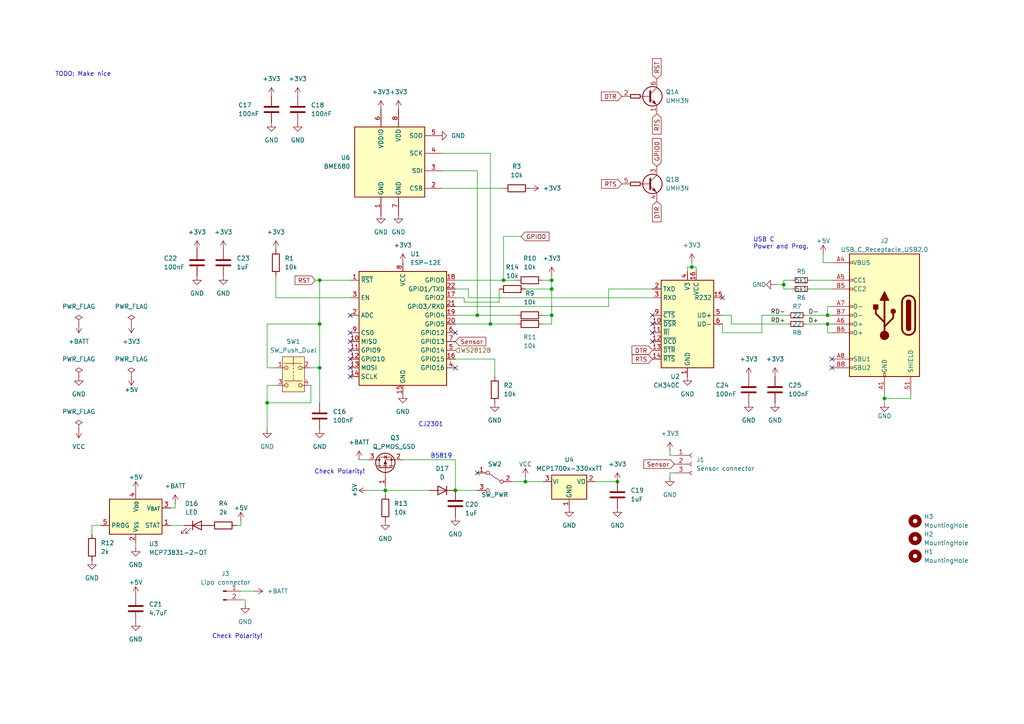
<source format=kicad_sch>
(kicad_sch (version 20231120) (generator "eeschema") (generator_version "8.0")
  (paper "A4")
  (title_block (title "Blahaj_Back") (date "2024-08-02") (rev "v1.0") (company "Waldo"))
  (lib_symbols
    (symbol "Battery_Management:MCP73831-2-OT"
      (property "Reference" "U" (at -7.62 6.35 0))
      (property "Value" "MCP73831-2-OT" (at 1.27 6.35 0))
      (symbol "MCP73831-2-OT_1_1"
        (pin tri_state line (at 10.16 -2.54 180) (length 2.54) (name "STAT") (number "1"))
        (pin power_in line (at 0 -7.62 90) (length 2.54) (name "V_{SS}") (number "2"))
        (pin power_out line (at 10.16 2.54 180) (length 2.54) (name "V_{BAT}") (number "3"))
        (pin power_in line (at 0 7.62 270) (length 2.54) (name "V_{DD}") (number "4"))
        (pin input line (at -10.16 -2.54 0) (length 2.54) (name "PROG") (number "5"))
      )
    )
    (symbol "Connector:Conn_01x02_Pin" (pin_names (offset 1.016) hide)
      (property "Reference" "J" (at 0 2.54 0))
      (property "Value" "Conn_01x02_Pin" (at 0 -5.08 0))
      (symbol "Conn_01x02_Pin_1_1"
        (pin passive line (at 5.08 0 180) (length 3.81) (name "Pin_1") (number "1"))
        (pin passive line (at 5.08 -2.54 180) (length 3.81) (name "Pin_2") (number "2"))
      )
    )
    (symbol "Connector:Conn_01x03_Socket" (pin_names (offset 1.016) hide)
      (property "Reference" "J" (at 0 5.08 0))
      (property "Value" "Conn_01x03_Socket" (at 0 -5.08 0))
      (symbol "Conn_01x03_Socket_1_1"
        (pin passive line (at -5.08 2.54 0) (length 3.81) (name "Pin_1") (number "1"))
        (pin passive line (at -5.08 0 0) (length 3.81) (name "Pin_2") (number "2"))
        (pin passive line (at -5.08 -2.54 0) (length 3.81) (name "Pin_3") (number "3"))
      )
    )
    (symbol "Connector:USB_C_Receptacle_USB2.0" (pin_names (offset 1.016))
      (property "Reference" "J" (at -10.16 19.05 0))
      (property "Value" "USB_C_Receptacle_USB2.0" (at 19.05 19.05 0))
      (symbol "USB_C_Receptacle_USB2.0_1_1"
        (pin passive line (at 0 -22.86 90) (length 5.08) (name "GND") (number "A1"))
        (pin passive line (at 0 -22.86 90) (length 5.08) hide (name "GND") (number "A12"))
        (pin passive line (at 15.24 15.24 180) (length 5.08) (name "VBUS") (number "A4"))
        (pin bidirectional line (at 15.24 10.16 180) (length 5.08) (name "CC1") (number "A5"))
        (pin bidirectional line (at 15.24 -2.54 180) (length 5.08) (name "D+") (number "A6"))
        (pin bidirectional line (at 15.24 2.54 180) (length 5.08) (name "D-") (number "A7"))
        (pin bidirectional line (at 15.24 -12.7 180) (length 5.08) (name "SBU1") (number "A8"))
        (pin passive line (at 15.24 15.24 180) (length 5.08) hide (name "VBUS") (number "A9"))
        (pin passive line (at 0 -22.86 90) (length 5.08) hide (name "GND") (number "B1"))
        (pin passive line (at 0 -22.86 90) (length 5.08) hide (name "GND") (number "B12"))
        (pin passive line (at 15.24 15.24 180) (length 5.08) hide (name "VBUS") (number "B4"))
        (pin bidirectional line (at 15.24 7.62 180) (length 5.08) (name "CC2") (number "B5"))
        (pin bidirectional line (at 15.24 -5.08 180) (length 5.08) (name "D+") (number "B6"))
        (pin bidirectional line (at 15.24 0 180) (length 5.08) (name "D-") (number "B7"))
        (pin bidirectional line (at 15.24 -15.24 180) (length 5.08) (name "SBU2") (number "B8"))
        (pin passive line (at 15.24 15.24 180) (length 5.08) hide (name "VBUS") (number "B9"))
        (pin passive line (at -7.62 -22.86 90) (length 5.08) (name "SHIELD") (number "S1"))
      )
    )
    (symbol "Device:C" (pin_numbers hide) (pin_names (offset 0.254))
      (property "Reference" "C" (at 0.635 2.54 0))
      (property "Value" "C" (at 0.635 -2.54 0))
      (symbol "C_1_1"
        (pin passive line (at 0 3.81 270) (length 2.794) (name "~") (number "1"))
        (pin passive line (at 0 -3.81 90) (length 2.794) (name "~") (number "2"))
      )
    )
    (symbol "Device:D" (pin_numbers hide) (pin_names (offset 1.016) hide)
      (property "Reference" "D" (at 0 2.54 0))
      (property "Value" "D" (at 0 -2.54 0))
      (symbol "D_1_1"
        (pin passive line (at -3.81 0 0) (length 2.54) (name "K") (number "1"))
        (pin passive line (at 3.81 0 180) (length 2.54) (name "A") (number "2"))
      )
    )
    (symbol "Device:LED" (pin_numbers hide) (pin_names (offset 1.016) hide)
      (property "Reference" "D" (at 0 2.54 0))
      (property "Value" "LED" (at 0 -2.54 0))
      (symbol "LED_1_1"
        (pin passive line (at -3.81 0 0) (length 2.54) (name "K") (number "1"))
        (pin passive line (at 3.81 0 180) (length 2.54) (name "A") (number "2"))
      )
    )
    (symbol "Device:Q_PMOS_GSD" (pin_names (offset 0) hide)
      (property "Reference" "Q" (at 5.08 1.27 0))
      (property "Value" "Q_PMOS_GSD" (at 5.08 -1.27 0))
      (symbol "Q_PMOS_GSD_1_1"
        (pin input line (at -5.08 0 0) (length 2.54) (name "G") (number "1"))
        (pin passive line (at 2.54 -5.08 90) (length 2.54) (name "S") (number "2"))
        (pin passive line (at 2.54 5.08 270) (length 2.54) (name "D") (number "3"))
      )
    )
    (symbol "Device:R" (pin_numbers hide) (pin_names (offset 0))
      (property "Reference" "R" (at 2.032 0 90))
      (property "Value" "R" (at 0 0 90))
      (symbol "R_1_1"
        (pin passive line (at 0 3.81 270) (length 1.27) (name "~") (number "1"))
        (pin passive line (at 0 -3.81 90) (length 1.27) (name "~") (number "2"))
      )
    )
    (symbol "Device:R_Small" (pin_numbers hide) (pin_names (offset 0.254) hide)
      (property "Reference" "R" (at 0.762 0.508 0))
      (property "Value" "R_Small" (at 0.762 -1.016 0))
      (symbol "R_Small_1_1"
        (pin passive line (at 0 2.54 270) (length 0.762) (name "~") (number "1"))
        (pin passive line (at 0 -2.54 90) (length 0.762) (name "~") (number "2"))
      )
    )
    (symbol "Interface_USB:CH340C"
      (property "Reference" "U" (at -5.08 13.97 0))
      (property "Value" "CH340C" (at 1.27 13.97 0))
      (symbol "CH340C_1_1"
        (pin power_in line (at 0 -15.24 90) (length 2.54) (name "GND") (number "1"))
        (pin input line (at 10.16 0 180) (length 2.54) (name "~{DSR}") (number "10"))
        (pin input line (at 10.16 -2.54 180) (length 2.54) (name "~{RI}") (number "11"))
        (pin input line (at 10.16 -5.08 180) (length 2.54) (name "~{DCD}") (number "12"))
        (pin output line (at 10.16 -7.62 180) (length 2.54) (name "~{DTR}") (number "13"))
        (pin output line (at 10.16 -10.16 180) (length 2.54) (name "~{RTS}") (number "14"))
        (pin input line (at -10.16 7.62 0) (length 2.54) (name "R232") (number "15"))
        (pin power_in line (at -2.54 15.24 270) (length 2.54) (name "VCC") (number "16"))
        (pin output line (at 10.16 10.16 180) (length 2.54) (name "TXD") (number "2"))
        (pin input line (at 10.16 7.62 180) (length 2.54) (name "RXD") (number "3"))
        (pin power_out line (at 0 15.24 270) (length 2.54) (name "V3") (number "4"))
        (pin bidirectional line (at -10.16 2.54 0) (length 2.54) (name "UD+") (number "5"))
        (pin bidirectional line (at -10.16 0 0) (length 2.54) (name "UD-") (number "6"))
        (pin no_connect line (at -7.62 -5.08 0) (length 2.54) hide (name "NC") (number "7"))
        (pin no_connect line (at -7.62 -7.62 0) (length 2.54) hide (name "NC") (number "8"))
        (pin input line (at 10.16 2.54 180) (length 2.54) (name "~{CTS}") (number "9"))
      )
    )
    (symbol "Mechanical:MountingHole" (pin_names (offset 1.016)) (exclude_from_sim yes) (in_bom no)
      (property "Reference" "H" (at 0 5.08 0))
      (property "Value" "MountingHole" (at 0 3.175 0))
    )
    (symbol "RF_Module:ESP-12E"
      (property "Reference" "U" (at -12.7 19.05 0))
      (property "Value" "ESP-12E" (at 12.7 19.05 0))
      (symbol "ESP-12E_1_1"
        (pin input line (at -15.24 15.24 0) (length 2.54) (name "~{RST}") (number "1"))
        (pin bidirectional line (at -15.24 -2.54 0) (length 2.54) (name "MISO") (number "10"))
        (pin bidirectional line (at -15.24 -5.08 0) (length 2.54) (name "GPIO9") (number "11"))
        (pin bidirectional line (at -15.24 -7.62 0) (length 2.54) (name "GPIO10") (number "12"))
        (pin bidirectional line (at -15.24 -10.16 0) (length 2.54) (name "MOSI") (number "13"))
        (pin bidirectional line (at -15.24 -12.7 0) (length 2.54) (name "SCLK") (number "14"))
        (pin power_in line (at 0 -17.78 90) (length 2.54) (name "GND") (number "15"))
        (pin bidirectional line (at 15.24 -7.62 180) (length 2.54) (name "GPIO15") (number "16"))
        (pin bidirectional line (at 15.24 10.16 180) (length 2.54) (name "GPIO2") (number "17"))
        (pin bidirectional line (at 15.24 15.24 180) (length 2.54) (name "GPIO0") (number "18"))
        (pin bidirectional line (at 15.24 5.08 180) (length 2.54) (name "GPIO4") (number "19"))
        (pin input line (at -15.24 5.08 0) (length 2.54) (name "ADC") (number "2"))
        (pin bidirectional line (at 15.24 2.54 180) (length 2.54) (name "GPIO5") (number "20"))
        (pin bidirectional line (at 15.24 7.62 180) (length 2.54) (name "GPIO3/RXD") (number "21"))
        (pin bidirectional line (at 15.24 12.7 180) (length 2.54) (name "GPIO1/TXD") (number "22"))
        (pin input line (at -15.24 10.16 0) (length 2.54) (name "EN") (number "3"))
        (pin bidirectional line (at 15.24 -10.16 180) (length 2.54) (name "GPIO16") (number "4"))
        (pin bidirectional line (at 15.24 -5.08 180) (length 2.54) (name "GPIO14") (number "5"))
        (pin bidirectional line (at 15.24 0 180) (length 2.54) (name "GPIO12") (number "6"))
        (pin bidirectional line (at 15.24 -2.54 180) (length 2.54) (name "GPIO13") (number "7"))
        (pin power_in line (at 0 20.32 270) (length 2.54) (name "VCC") (number "8"))
        (pin input line (at -15.24 0 0) (length 2.54) (name "CS0") (number "9"))
      )
    )
    (symbol "Regulator_Linear:MCP1700x-330xxTT" (pin_names (offset 0.254))
      (property "Reference" "U" (at -3.81 3.175 0))
      (property "Value" "MCP1700x-330xxTT" (at 0 3.175 0))
      (symbol "MCP1700x-330xxTT_1_1"
        (pin power_in line (at 0 -7.62 90) (length 2.54) (name "GND") (number "1"))
        (pin power_out line (at 7.62 0 180) (length 2.54) (name "VO") (number "2"))
        (pin power_in line (at -7.62 0 0) (length 2.54) (name "VI") (number "3"))
      )
    )
    (symbol "Sensor:BME680"
      (property "Reference" "U" (at -8.89 11.43 0))
      (property "Value" "BME680" (at 7.62 11.43 0))
      (symbol "BME680_1_1"
        (pin power_in line (at -2.54 -15.24 90) (length 5.08) (name "GND") (number "1"))
        (pin input line (at 15.24 -7.62 180) (length 5.08) (name "CSB") (number "2"))
        (pin bidirectional line (at 15.24 -2.54 180) (length 5.08) (name "SDI") (number "3"))
        (pin input line (at 15.24 2.54 180) (length 5.08) (name "SCK") (number "4"))
        (pin bidirectional line (at 15.24 7.62 180) (length 5.08) (name "SDO") (number "5"))
        (pin power_in line (at -2.54 15.24 270) (length 5.08) (name "VDDIO") (number "6"))
        (pin power_in line (at 2.54 -15.24 90) (length 5.08) (name "GND") (number "7"))
        (pin power_in line (at 2.54 15.24 270) (length 5.08) (name "VDD") (number "8"))
      )
    )
    (symbol "Switch:SW_Push_Dual" (pin_names (offset 1.016) hide)
      (property "Reference" "SW" (at 0 7.62 0))
      (property "Value" "SW_Push_Dual" (at 0 -6.35 0))
      (symbol "SW_Push_Dual_0_1"
        (pin passive line (at -5.08 2.54 0) (length 2.54) (name "1") (number "1"))
        (pin passive line (at 5.08 2.54 180) (length 2.54) (name "2") (number "2"))
        (pin passive line (at -5.08 -2.54 0) (length 2.54) (name "3") (number "3"))
        (pin passive line (at 5.08 -2.54 180) (length 2.54) (name "4") (number "4"))
      )
    )
    (symbol "Switch:SW_SPDT" (pin_names (offset 0) hide)
      (property "Reference" "SW" (at 0 4.318 0))
      (property "Value" "SW_SPDT" (at 0 -5.08 0))
      (symbol "SW_SPDT_1_1"
        (pin passive line (at 5.08 2.54 180) (length 2.54) (name "A") (number "1"))
        (pin passive line (at -5.08 0 0) (length 2.54) (name "B") (number "2"))
        (pin passive line (at 5.08 -2.54 180) (length 2.54) (name "C") (number "3"))
      )
    )
    (symbol "Transistor_BJT:UMH3N" (pin_names hide)
      (property "Reference" "Q" (at 7.62 1.27 0))
      (property "Value" "UMH3N" (at 7.62 -1.27 0))
      (symbol "UMH3N_1_1"
        (pin passive line (at 5.08 -5.08 90) (length 2.54) (name "E1") (number "1"))
        (pin input line (at -5.08 0 0) (length 2.54) (name "B1") (number "2"))
        (pin passive line (at 5.08 5.08 270) (length 2.54) (name "C1") (number "6"))
      )
      (symbol "UMH3N_2_1"
        (pin passive line (at 5.08 5.08 270) (length 2.54) (name "C2") (number "3"))
        (pin passive line (at 5.08 -5.08 90) (length 2.54) (name "E2") (number "4"))
        (pin input line (at -5.08 0 0) (length 2.54) (name "B2") (number "5"))
      )
    )
    (symbol "power:+3V3" (power) (pin_numbers hide) (pin_names (offset 0) hide)
      (property "Value" "+3V3" (at 0 3.556 0))
      (symbol "+3V3_1_1"
        (pin power_in line (at 0 0 90) (length 0) (name "~") (number "1"))
      )
    )
    (symbol "power:+5V" (power) (pin_names (offset 0))
      (property "Value" "+5V" (at 0 3.556 0))
      (symbol "+5V_1_1"
        (pin power_in line (at 0 0 90) (length 0) hide (name "+5V") (number "1"))
      )
    )
    (symbol "power:+BATT" (power) (pin_numbers hide) (pin_names (offset 0) hide)
      (property "Value" "+BATT" (at 0 3.556 0))
      (symbol "+BATT_1_1"
        (pin power_in line (at 0 0 90) (length 0) (name "~") (number "1"))
      )
    )
    (symbol "power:GND" (power) (pin_numbers hide) (pin_names (offset 0) hide)
      (property "Value" "GND" (at 0 -3.81 0))
      (symbol "GND_1_1"
        (pin power_in line (at 0 0 270) (length 0) (name "~") (number "1"))
      )
    )
    (symbol "power:PWR_FLAG" (power) (pin_numbers hide) (pin_names (offset 0) hide)
      (property "Value" "PWR_FLAG" (at 0 3.81 0))
      (symbol "PWR_FLAG_0_0"
        (pin power_out line (at 0 0 90) (length 0) (name "~") (number "1"))
      )
    )
    (symbol "power:VCC" (power) (pin_numbers hide) (pin_names (offset 0) hide)
      (property "Value" "VCC" (at 0 3.556 0))
      (symbol "VCC_1_1"
        (pin power_in line (at 0 0 90) (length 0) (name "~") (number "1"))
      )
    )
  )
  (junction (at 160.02 81.28))
  (junction (at 146.05 81.28))
  (junction (at 200.66 77.47))
  (junction (at 92.71 81.28))
  (junction (at 240.03 91.44))
  (junction (at 160.02 83.82))
  (junction (at 160.02 91.44))
  (junction (at 179.07 139.7))
  (junction (at 138.43 91.44))
  (junction (at 92.71 106.68))
  (junction (at 227.33 82.55))
  (junction (at 77.47 116.84))
  (junction (at 256.54 115.57))
  (junction (at 240.03 93.98))
  (junction (at 132.08 142.24))
  (junction (at 142.24 93.98))
  (junction (at 92.71 93.98))
  (junction (at 111.76 142.24))
  (junction (at 152.4 139.7))
  (no_connect (at 132.08 106.68))
  (no_connect (at 101.6 96.52))
  (no_connect (at 101.6 99.06))
  (no_connect (at 101.6 104.14))
  (no_connect (at 189.23 99.06))
  (no_connect (at 189.23 93.98))
  (no_connect (at 209.55 86.36))
  (no_connect (at 241.3 104.14))
  (no_connect (at 101.6 91.44))
  (no_connect (at 189.23 91.44))
  (no_connect (at 189.23 96.52))
  (no_connect (at 138.43 137.16))
  (no_connect (at 101.6 109.22))
  (no_connect (at 132.08 96.52))
  (no_connect (at 101.6 101.6))
  (no_connect (at 241.3 106.68))
  (no_connect (at 101.6 106.68))
  (wire (pts (xy 264.16 114.3) (xy 264.16 115.57)))
  (wire (pts (xy 200.66 77.47) (xy 200.66 76.2)))
  (wire (pts (xy 71.12 173.99) (xy 71.12 175.26)))
  (wire (pts (xy 201.93 77.47) (xy 201.93 78.74)))
  (wire (pts (xy 92.71 81.28) (xy 92.71 93.98)))
  (wire (pts (xy 148.59 139.7) (xy 152.4 139.7)))
  (wire (pts (xy 26.67 154.94) (xy 26.67 152.4)))
  (wire (pts (xy 160.02 81.28) (xy 160.02 80.01)))
  (wire (pts (xy 101.6 81.28) (xy 92.71 81.28)))
  (wire (pts (xy 135.89 83.82) (xy 132.08 83.82)))
  (wire (pts (xy 143.51 104.14) (xy 132.08 104.14)))
  (wire (pts (xy 132.08 142.24) (xy 138.43 142.24)))
  (wire (pts (xy 189.23 86.36) (xy 135.89 86.36)))
  (wire (pts (xy 128.27 54.61) (xy 146.05 54.61)))
  (wire (pts (xy 128.27 49.53) (xy 138.43 49.53)))
  (wire (pts (xy 92.71 93.98) (xy 92.71 106.68)))
  (wire (pts (xy 209.55 93.98) (xy 209.55 96.52)))
  (wire (pts (xy 69.85 173.99) (xy 71.12 173.99)))
  (wire (pts (xy 157.48 81.28) (xy 160.02 81.28)))
  (wire (pts (xy 143.51 104.14) (xy 143.51 109.22)))
  (wire (pts (xy 135.89 86.36) (xy 135.89 83.82)))
  (wire (pts (xy 160.02 91.44) (xy 160.02 93.98)))
  (wire (pts (xy 160.02 83.82) (xy 160.02 91.44)))
  (wire (pts (xy 240.03 93.98) (xy 233.68 93.98)))
  (wire (pts (xy 68.58 152.4) (xy 69.85 152.4)))
  (wire (pts (xy 80.01 86.36) (xy 101.6 86.36)))
  (wire (pts (xy 138.43 91.44) (xy 149.86 91.44)))
  (wire (pts (xy 80.01 80.01) (xy 80.01 86.36)))
  (wire (pts (xy 240.03 91.44) (xy 233.68 91.44)))
  (wire (pts (xy 189.23 83.82) (xy 176.53 83.82)))
  (wire (pts (xy 199.39 78.74) (xy 199.39 77.47)))
  (wire (pts (xy 200.66 77.47) (xy 201.93 77.47)))
  (wire (pts (xy 134.62 87.63) (xy 144.78 87.63)))
  (wire (pts (xy 152.4 138.43) (xy 152.4 139.7)))
  (wire (pts (xy 152.4 139.7) (xy 157.48 139.7)))
  (wire (pts (xy 240.03 93.98) (xy 240.03 96.52)))
  (wire (pts (xy 39.37 157.48) (xy 39.37 158.75)))
  (wire (pts (xy 212.09 91.44) (xy 209.55 91.44)))
  (wire (pts (xy 142.24 44.45) (xy 142.24 93.98)))
  (wire (pts (xy 176.53 88.9) (xy 132.08 88.9)))
  (wire (pts (xy 50.8 146.05) (xy 50.8 147.32)))
  (wire (pts (xy 69.85 171.45) (xy 73.66 171.45)))
  (wire (pts (xy 77.47 111.76) (xy 77.47 116.84)))
  (wire (pts (xy 90.17 106.68) (xy 92.71 106.68)))
  (wire (pts (xy 111.76 140.97) (xy 111.76 142.24)))
  (wire (pts (xy 49.53 147.32) (xy 50.8 147.32)))
  (wire (pts (xy 77.47 93.98) (xy 77.47 106.68)))
  (wire (pts (xy 228.6 91.44) (xy 220.98 91.44)))
  (wire (pts (xy 227.33 82.55) (xy 224.79 82.55)))
  (wire (pts (xy 149.86 81.28) (xy 146.05 81.28)))
  (wire (pts (xy 80.01 111.76) (xy 77.47 111.76)))
  (wire (pts (xy 241.3 96.52) (xy 240.03 96.52)))
  (wire (pts (xy 227.33 81.28) (xy 227.33 82.55)))
  (wire (pts (xy 90.17 111.76) (xy 90.17 116.84)))
  (wire (pts (xy 77.47 116.84) (xy 77.47 124.46)))
  (wire (pts (xy 238.76 76.2) (xy 241.3 76.2)))
  (wire (pts (xy 160.02 81.28) (xy 160.02 83.82)))
  (wire (pts (xy 241.3 81.28) (xy 234.95 81.28)))
  (wire (pts (xy 80.01 106.68) (xy 77.47 106.68)))
  (wire (pts (xy 92.71 93.98) (xy 77.47 93.98)))
  (wire (pts (xy 240.03 88.9) (xy 240.03 91.44)))
  (wire (pts (xy 111.76 142.24) (xy 124.46 142.24)))
  (wire (pts (xy 194.31 132.08) (xy 195.58 132.08)))
  (wire (pts (xy 238.76 73.66) (xy 238.76 76.2)))
  (wire (pts (xy 152.4 83.82) (xy 160.02 83.82)))
  (wire (pts (xy 229.87 81.28) (xy 227.33 81.28)))
  (wire (pts (xy 172.72 139.7) (xy 179.07 139.7)))
  (wire (pts (xy 194.31 138.43) (xy 194.31 137.16)))
  (wire (pts (xy 132.08 93.98) (xy 142.24 93.98)))
  (wire (pts (xy 128.27 44.45) (xy 142.24 44.45)))
  (wire (pts (xy 157.48 91.44) (xy 160.02 91.44)))
  (wire (pts (xy 106.68 142.24) (xy 111.76 142.24)))
  (wire (pts (xy 116.84 133.35) (xy 132.08 133.35)))
  (wire (pts (xy 138.43 49.53) (xy 138.43 91.44)))
  (wire (pts (xy 220.98 96.52) (xy 209.55 96.52)))
  (wire (pts (xy 132.08 91.44) (xy 138.43 91.44)))
  (wire (pts (xy 157.48 93.98) (xy 160.02 93.98)))
  (wire (pts (xy 91.44 81.28) (xy 92.71 81.28)))
  (wire (pts (xy 127 39.37) (xy 128.27 39.37)))
  (wire (pts (xy 142.24 93.98) (xy 149.86 93.98)))
  (wire (pts (xy 176.53 83.82) (xy 176.53 88.9)))
  (wire (pts (xy 146.05 81.28) (xy 146.05 68.58)))
  (wire (pts (xy 256.54 115.57) (xy 256.54 114.3)))
  (wire (pts (xy 256.54 115.57) (xy 256.54 116.84)))
  (wire (pts (xy 220.98 91.44) (xy 220.98 96.52)))
  (wire (pts (xy 132.08 133.35) (xy 132.08 142.24)))
  (wire (pts (xy 69.85 151.13) (xy 69.85 152.4)))
  (wire (pts (xy 90.17 116.84) (xy 77.47 116.84)))
  (wire (pts (xy 227.33 82.55) (xy 227.33 83.82)))
  (wire (pts (xy 146.05 68.58) (xy 151.13 68.58)))
  (wire (pts (xy 241.3 83.82) (xy 234.95 83.82)))
  (wire (pts (xy 241.3 88.9) (xy 240.03 88.9)))
  (wire (pts (xy 92.71 106.68) (xy 92.71 116.84)))
  (wire (pts (xy 241.3 91.44) (xy 240.03 91.44)))
  (wire (pts (xy 199.39 77.47) (xy 200.66 77.47)))
  (wire (pts (xy 194.31 137.16) (xy 195.58 137.16)))
  (wire (pts (xy 134.62 86.36) (xy 134.62 87.63)))
  (wire (pts (xy 104.14 133.35) (xy 106.68 133.35)))
  (wire (pts (xy 53.34 152.4) (xy 49.53 152.4)))
  (wire (pts (xy 144.78 87.63) (xy 144.78 83.82)))
  (wire (pts (xy 132.08 86.36) (xy 134.62 86.36)))
  (wire (pts (xy 26.67 152.4) (xy 29.21 152.4)))
  (wire (pts (xy 132.08 81.28) (xy 146.05 81.28)))
  (wire (pts (xy 228.6 93.98) (xy 212.09 93.98)))
  (wire (pts (xy 229.87 83.82) (xy 227.33 83.82)))
  (wire (pts (xy 194.31 130.81) (xy 194.31 132.08)))
  (wire (pts (xy 212.09 93.98) (xy 212.09 91.44)))
  (wire (pts (xy 111.76 142.24) (xy 111.76 143.51)))
  (wire (pts (xy 264.16 115.57) (xy 256.54 115.57)))
  (wire (pts (xy 241.3 93.98) (xy 240.03 93.98)))
  (text "TODO: Make nice" (at 24.13 21.59 0) (effects (font (size 1.27 1.27))))
  (text "Check Polarity!\n" (at 68.834 184.658 0) (effects (font (size 1.27 1.27))))
  (text "Check Polarity!" (at 98.552 136.906 0) (effects (font (size 1.27 1.27))))
  (text "USB C \nPower and Prog." (at 218.44 72.39 0) (effects (font (size 1.27 1.27)) (justify left bottom)))
  (text "B5819" (at 128.016 132.334 0) (effects (font (size 1.27 1.27))))
  (text "CJ2301" (at 124.968 123.19 0) (effects (font (size 1.27 1.27))))
  (label "RD+" (at 223.52 93.98 0))
  (label "D+" (at 237.49 93.98 180))
  (label "D-" (at 237.49 91.44 180))
  (label "RD-" (at 223.52 91.44 0))
  (global_label "RST" (shape input) (at 190.5 22.86 90) (property "Intersheetrefs" "${INTERSHEET_REFS}" (effects (hide yes))))
  (global_label "RTS" (shape input) (at 190.5 33.02 270) (property "Intersheetrefs" "${INTERSHEET_REFS}" (effects (hide yes))))
  (global_label "RTS" (shape input) (at 180.34 53.34 180) (property "Intersheetrefs" "${INTERSHEET_REFS}" (effects (hide yes))))
  (global_label "DTR" (shape input) (at 189.23 101.6 180) (property "Intersheetrefs" "${INTERSHEET_REFS}" (effects (hide yes))))
  (global_label "DTR" (shape input) (at 190.5 58.42 270) (property "Intersheetrefs" "${INTERSHEET_REFS}" (effects (hide yes))))
  (global_label "GPIO0" (shape input) (at 190.5 48.26 90) (property "Intersheetrefs" "${INTERSHEET_REFS}" (effects (hide yes))))
  (global_label "Sensor" (shape input) (at 132.08 99.06 0) (property "Intersheetrefs" "${INTERSHEET_REFS}" (effects (hide yes))))
  (global_label "RTS" (shape input) (at 189.23 104.14 180) (property "Intersheetrefs" "${INTERSHEET_REFS}" (effects (hide yes))))
  (global_label "Sensor" (shape input) (at 195.58 134.62 180) (property "Intersheetrefs" "${INTERSHEET_REFS}" (effects (hide yes))))
  (global_label "RST" (shape input) (at 91.44 81.28 180) (property "Intersheetrefs" "${INTERSHEET_REFS}" (effects (hide yes))))
  (global_label "DTR" (shape input) (at 180.34 27.94 180) (property "Intersheetrefs" "${INTERSHEET_REFS}" (effects (hide yes))))
  (global_label "GPIO0" (shape input) (at 151.13 68.58 0) (property "Intersheetrefs" "${INTERSHEET_REFS}" (effects (hide yes))))
  (hierarchical_label "WS2812B" (shape input) (at 132.08 101.6 0))
  (symbol (lib_id "power:GND") (at 86.36 35.56 0) (unit 1)
    (property "Reference" "#PWR080" (effects (hide yes)))
    (property "Value" "GND" (at 86.36 40.64 0))
    (property "Description" "Power symbol creates a global label with name \"GND\" , ground" (effects (hide yes)))
  )
  (symbol (lib_id "Device:D") (at 128.27 142.24 180) (unit 1)
    (property "Reference" "D17" (at 128.27 135.89 0))
    (property "Value" "D" (at 128.27 138.43 0))
    (property "Footprint" "Diode_SMD:D_SOD-323_HandSoldering" (effects (hide yes)))
    (property "Description" "Diode" (effects (hide yes)))
    (property "Sim.Device" "D" (effects (hide yes)))
    (property "Sim.Pins" "1=K 2=A" (effects (hide yes)))
  )
  (symbol (lib_id "Device:C") (at 179.07 143.51 0) (unit 1)
    (property "Reference" "C19" (at 182.88 142.2399 0) (effects (justify left)))
    (property "Value" "1uF" (at 182.88 144.7799 0) (effects (justify left)))
    (property "Footprint" "Capacitor_SMD:C_0805_2012Metric" (effects (hide yes)))
    (property "Description" "Unpolarized capacitor" (effects (hide yes)))
  )
  (symbol (lib_id "power:GND") (at 256.54 116.84 0) (mirror y) (unit 1)
    (property "Reference" "#PWR067" (effects (hide yes)))
    (property "Value" "GND" (at 256.54 120.65 0))
  )
  (symbol (lib_id "Device:C") (at 92.71 120.65 0) (unit 1)
    (property "Reference" "C16" (at 96.52 119.3799 0) (effects (justify left)))
    (property "Value" "100nF" (at 96.52 121.9199 0) (effects (justify left)))
    (property "Footprint" "Capacitor_SMD:C_0805_2012Metric" (effects (hide yes)))
    (property "Description" "Unpolarized capacitor" (effects (hide yes)))
  )
  (symbol (lib_id "Regulator_Linear:MCP1700x-330xxTT") (at 165.1 139.7 0) (unit 1)
    (property "Reference" "U4" (at 165.1 133.35 0))
    (property "Value" "MCP1700x-330xxTT" (at 165.1 135.89 0))
    (property "Footprint" "Package_TO_SOT_SMD:SOT-23" (effects (hide yes)))
    (property "Datasheet" "http://ww1.microchip.com/downloads/en/DeviceDoc/20001826D.pdf" (effects (hide yes)))
    (property "Description" "250mA Low Quiscent Current LDO, 3.3V output, SOT-23" (effects (hide yes)))
  )
  (symbol (lib_id "Device:C") (at 57.15 76.2 0) (unit 1)
    (property "Reference" "C22" (at 47.498 74.93 0) (effects (justify left)))
    (property "Value" "100nF" (at 47.498 77.47 0) (effects (justify left)))
    (property "Footprint" "Capacitor_SMD:C_0805_2012Metric" (effects (hide yes)))
    (property "Description" "Unpolarized capacitor" (effects (hide yes)))
  )
  (symbol (lib_id "power:GND") (at 224.79 82.55 270) (mirror x) (unit 1)
    (property "Reference" "#PWR069" (effects (hide yes)))
    (property "Value" "GND" (at 222.25 82.55 90) (effects (justify right)))
  )
  (symbol (lib_id "power:GND") (at 39.37 158.75 0) (unit 1)
    (property "Reference" "#PWR088" (effects (hide yes)))
    (property "Value" "GND" (at 39.37 163.83 0))
    (property "Description" "Power symbol creates a global label with name \"GND\" , ground" (effects (hide yes)))
  )
  (symbol (lib_id "power:VCC") (at 22.86 124.46 180) (unit 1)
    (property "Reference" "#PWR0110" (effects (hide yes)))
    (property "Value" "VCC" (at 22.86 129.54 0))
    (property "Description" "Power symbol creates a global label with name \"VCC\"" (effects (hide yes)))
  )
  (symbol (lib_id "power:+BATT") (at 104.14 133.35 0) (unit 1)
    (property "Reference" "#PWR098" (effects (hide yes)))
    (property "Value" "+BATT" (at 104.14 128.27 0))
    (property "Description" "Power symbol creates a global label with name \"+BATT\"" (effects (hide yes)))
  )
  (symbol (lib_id "power:GND") (at 132.08 149.86 0) (unit 1)
    (property "Reference" "#PWR084" (effects (hide yes)))
    (property "Value" "GND" (at 132.08 154.94 0))
    (property "Description" "Power symbol creates a global label with name \"GND\" , ground" (effects (hide yes)))
  )
  (symbol (lib_id "power:PWR_FLAG") (at 22.86 124.46 0) (unit 1)
    (property "Reference" "#FLG05" (effects (hide yes)))
    (property "Value" "PWR_FLAG" (at 22.86 119.38 0))
    (property "Description" "Special symbol for telling ERC where power comes from" (effects (hide yes)))
  )
  (symbol (lib_id "power:+5V") (at 106.68 142.24 90) (mirror x) (unit 1)
    (property "Reference" "#PWR097" (effects (hide yes)))
    (property "Value" "+5V" (at 102.87 142.24 0))
  )
  (symbol (lib_id "power:PWR_FLAG") (at 38.1 93.98 0) (unit 1)
    (property "Reference" "#FLG03" (effects (hide yes)))
    (property "Value" "PWR_FLAG" (at 38.1 88.9 0))
    (property "Description" "Special symbol for telling ERC where power comes from" (effects (hide yes)))
  )
  (symbol (lib_id "power:GND") (at 57.15 80.01 0) (unit 1)
    (property "Reference" "#PWR0101" (effects (hide yes)))
    (property "Value" "GND" (at 57.15 85.09 0))
    (property "Description" "Power symbol creates a global label with name \"GND\" , ground" (effects (hide yes)))
  )
  (symbol (lib_id "Device:C") (at 86.36 31.75 0) (unit 1)
    (property "Reference" "C18" (at 90.17 30.4799 0) (effects (justify left)))
    (property "Value" "100nF" (at 90.17 33.0199 0) (effects (justify left)))
    (property "Footprint" "Capacitor_SMD:C_0805_2012Metric" (effects (hide yes)))
    (property "Description" "Unpolarized capacitor" (effects (hide yes)))
  )
  (symbol (lib_id "Transistor_BJT:UMH3N") (at 185.42 53.34 0) (unit 2)
    (property "Reference" "Q1" (at 193.04 52.0699 0) (effects (justify left)))
    (property "Value" "UMH3N" (at 193.04 54.6099 0) (effects (justify left)))
    (property "Footprint" "Package_TO_SOT_SMD:SOT-363_SC-70-6" (effects (hide yes)))
    (property "Datasheet" "http://rohmfs.rohm.com/en/products/databook/datasheet/discrete/transistor/digital/emh3t2r-e.pdf" (effects (hide yes)))
    (property "Description" "0.1A Ic, 50V Vce, Dual NPN Input Resistor Transistors, SOT-363" (effects (hide yes)))
  )
  (symbol (lib_id "power:GND") (at 143.51 116.84 0) (unit 1)
    (property "Reference" "#PWR061" (effects (hide yes)))
    (property "Value" "GND" (at 143.51 121.92 0))
    (property "Description" "Power symbol creates a global label with name \"GND\" , ground" (effects (hide yes)))
  )
  (symbol (lib_id "power:PWR_FLAG") (at 38.1 109.22 0) (unit 1)
    (property "Reference" "#FLG04" (effects (hide yes)))
    (property "Value" "PWR_FLAG" (at 38.1 104.14 0))
    (property "Description" "Special symbol for telling ERC where power comes from" (effects (hide yes)))
  )
  (symbol (lib_id "Device:Q_PMOS_GSD") (at 111.76 135.89 90) (unit 1)
    (property "Reference" "Q3" (at 114.554 127 90))
    (property "Value" "Q_PMOS_GSD" (at 114.3 129.54 90))
    (property "Footprint" "Package_TO_SOT_SMD:SOT-23" (effects (hide yes)))
    (property "Description" "P-MOSFET transistor, gate/source/drain" (effects (hide yes)))
  )
  (symbol (lib_id "Device:R") (at 111.76 147.32 180) (unit 1)
    (property "Reference" "R13" (at 114.3 146.0499 0) (effects (justify right)))
    (property "Value" "10k" (at 114.3 148.5899 0) (effects (justify right)))
    (property "Footprint" "Resistor_SMD:R_0805_2012Metric" (effects (hide yes)))
    (property "Description" "Resistor" (effects (hide yes)))
  )
  (symbol (lib_id "RF_Module:ESP-12E") (at 116.84 96.52 0) (unit 1)
    (property "Reference" "U1" (at 119.0341 73.66 0) (effects (justify left)))
    (property "Value" "ESP-12E" (at 119.0341 76.2 0) (effects (justify left)))
    (property "Footprint" "RF_Module:ESP-12E" (effects (hide yes)))
    (property "Datasheet" "http://wiki.ai-thinker.com/_media/esp8266/esp8266_series_modules_user_manual_v1.1.pdf" (effects (hide yes)))
    (property "Description" "802.11 b/g/n Wi-Fi Module" (effects (hide yes)))
  )
  (symbol (lib_id "power:GND") (at 116.84 114.3 0) (unit 1)
    (property "Reference" "#PWR0108" (effects (hide yes)))
    (property "Value" "GND" (at 116.84 119.38 0))
    (property "Description" "Power symbol creates a global label with name \"GND\" , ground" (effects (hide yes)))
  )
  (symbol (lib_id "power:+3V3") (at 160.02 80.01 0) (unit 1)
    (property "Reference" "#PWR064" (effects (hide yes)))
    (property "Value" "+3V3" (at 160.02 74.93 0))
    (property "Description" "Power symbol creates a global label with name \"+3V3\"" (effects (hide yes)))
  )
  (symbol (lib_id "power:GND") (at 26.67 162.56 0) (unit 1)
    (property "Reference" "#PWR093" (effects (hide yes)))
    (property "Value" "GND" (at 26.67 167.64 0))
    (property "Description" "Power symbol creates a global label with name \"GND\" , ground" (effects (hide yes)))
  )
  (symbol (lib_id "power:+BATT") (at 22.86 93.98 180) (unit 1)
    (property "Reference" "#PWR0107" (effects (hide yes)))
    (property "Value" "+BATT" (at 22.86 99.06 0))
    (property "Description" "Power symbol creates a global label with name \"+BATT\"" (effects (hide yes)))
  )
  (symbol (lib_id "Device:C") (at 78.74 31.75 0) (unit 1)
    (property "Reference" "C17" (at 69.088 30.48 0) (effects (justify left)))
    (property "Value" "100nF" (at 69.088 33.02 0) (effects (justify left)))
    (property "Footprint" "Capacitor_SMD:C_0805_2012Metric" (effects (hide yes)))
    (property "Description" "Unpolarized capacitor" (effects (hide yes)))
  )
  (symbol (lib_id "power:GND") (at 39.37 180.34 0) (unit 1)
    (property "Reference" "#PWR090" (effects (hide yes)))
    (property "Value" "GND" (at 39.37 185.42 0))
    (property "Description" "Power symbol creates a global label with name \"GND\" , ground" (effects (hide yes)))
  )
  (symbol (lib_id "Mechanical:MountingHole") (at 265.43 151.13 0) (unit 1) (exclude_from_sim yes) (in_bom no)
    (property "Reference" "H3" (at 267.97 149.8599 0) (effects (justify left)))
    (property "Value" "MountingHole" (at 267.97 152.3999 0) (effects (justify left)))
    (property "Footprint" "MountingHole:MountingHole_2.7mm_M2.5" (effects (hide yes)))
    (property "Description" "Mounting Hole without connection" (effects (hide yes)))
  )
  (symbol (lib_id "Device:R") (at 153.67 91.44 90) (unit 1)
    (property "Reference" "R9" (at 153.67 85.09 90))
    (property "Value" "10k" (at 153.67 87.63 90))
    (property "Footprint" "Resistor_SMD:R_0805_2012Metric" (effects (hide yes)))
    (property "Description" "Resistor" (effects (hide yes)))
  )
  (symbol (lib_id "power:+5V") (at 69.85 151.13 0) (mirror y) (unit 1)
    (property "Reference" "#PWR089" (effects (hide yes)))
    (property "Value" "+5V" (at 69.85 147.32 0))
  )
  (symbol (lib_id "power:GND") (at 22.86 109.22 0) (unit 1)
    (property "Reference" "#PWR0104" (effects (hide yes)))
    (property "Value" "GND" (at 22.86 114.3 0))
    (property "Description" "Power symbol creates a global label with name \"GND\" , ground" (effects (hide yes)))
  )
  (symbol (lib_id "power:+3V3") (at 194.31 130.81 0) (unit 1)
    (property "Reference" "#PWR082" (effects (hide yes)))
    (property "Value" "+3V3" (at 194.31 125.73 0))
    (property "Description" "Power symbol creates a global label with name \"+3V3\"" (effects (hide yes)))
  )
  (symbol (lib_id "power:GND") (at 194.31 138.43 0) (unit 1)
    (property "Reference" "#PWR083" (effects (hide yes)))
    (property "Value" "GND" (at 194.31 143.51 0))
    (property "Description" "Power symbol creates a global label with name \"GND\" , ground" (effects (hide yes)))
  )
  (symbol (lib_id "Device:R") (at 153.67 81.28 90) (unit 1)
    (property "Reference" "R10" (at 153.67 74.93 90))
    (property "Value" "10k" (at 153.67 77.47 90))
    (property "Footprint" "Resistor_SMD:R_0805_2012Metric" (effects (hide yes)))
    (property "Description" "Resistor" (effects (hide yes)))
  )
  (symbol (lib_id "power:GND") (at 127 39.37 90) (unit 1)
    (property "Reference" "#PWR071" (effects (hide yes)))
    (property "Value" "GND" (at 130.81 39.3699 90) (effects (justify right)))
    (property "Description" "Power symbol creates a global label with name \"GND\" , ground" (effects (hide yes)))
  )
  (symbol (lib_id "power:+5V") (at 38.1 109.22 0) (mirror x) (unit 1)
    (property "Reference" "#PWR0105" (effects (hide yes)))
    (property "Value" "+5V" (at 38.1 113.03 0))
  )
  (symbol (lib_id "power:GND") (at 78.74 35.56 0) (unit 1)
    (property "Reference" "#PWR079" (effects (hide yes)))
    (property "Value" "GND" (at 78.74 40.64 0))
    (property "Description" "Power symbol creates a global label with name \"GND\" , ground" (effects (hide yes)))
  )
  (symbol (lib_id "power:+3V3") (at 224.79 109.22 0) (unit 1)
    (property "Reference" "#PWR0113" (effects (hide yes)))
    (property "Value" "+3V3" (at 224.79 104.14 0))
    (property "Description" "Power symbol creates a global label with name \"+3V3\"" (effects (hide yes)))
  )
  (symbol (lib_id "Mechanical:MountingHole") (at 265.43 156.21 0) (unit 1) (exclude_from_sim yes) (in_bom no)
    (property "Reference" "H2" (at 267.97 154.9399 0) (effects (justify left)))
    (property "Value" "MountingHole" (at 267.97 157.4799 0) (effects (justify left)))
    (property "Footprint" "MountingHole:MountingHole_2.7mm_M2.5" (effects (hide yes)))
    (property "Description" "Mounting Hole without connection" (effects (hide yes)))
  )
  (symbol (lib_id "Switch:SW_Push_Dual") (at 85.09 109.22 0) (unit 1)
    (property "Reference" "SW1" (at 85.09 99.06 0))
    (property "Value" "SW_Push_Dual" (at 85.09 101.6 0))
    (property "Footprint" "KH-6X6X6H-STM:KH-6X6X6H-STM" (effects (hide yes)))
    (property "Description" "Push button switch, generic, symbol, four pins" (effects (hide yes)))
  )
  (symbol (lib_id "power:+3V3") (at 110.49 31.75 0) (unit 1)
    (property "Reference" "#PWR075" (effects (hide yes)))
    (property "Value" "+3V3" (at 110.49 26.67 0))
    (property "Description" "Power symbol creates a global label with name \"+3V3\"" (effects (hide yes)))
  )
  (symbol (lib_id "power:+3V3") (at 179.07 139.7 0) (unit 1)
    (property "Reference" "#PWR087" (effects (hide yes)))
    (property "Value" "+3V3" (at 179.07 134.62 0))
    (property "Description" "Power symbol creates a global label with name \"+3V3\"" (effects (hide yes)))
  )
  (symbol (lib_id "power:+3V3") (at 86.36 27.94 0) (unit 1)
    (property "Reference" "#PWR078" (effects (hide yes)))
    (property "Value" "+3V3" (at 86.36 22.86 0))
    (property "Description" "Power symbol creates a global label with name \"+3V3\"" (effects (hide yes)))
  )
  (symbol (lib_id "power:+3V3") (at 217.17 109.22 0) (unit 1)
    (property "Reference" "#PWR0111" (effects (hide yes)))
    (property "Value" "+3V3" (at 217.17 104.14 0))
    (property "Description" "Power symbol creates a global label with name \"+3V3\"" (effects (hide yes)))
  )
  (symbol (lib_id "Interface_USB:CH340C") (at 199.39 93.98 0) (mirror y) (unit 1)
    (property "Reference" "U2" (at 197.1959 109.22 0) (effects (justify left)))
    (property "Value" "CH340C" (at 197.1959 111.76 0) (effects (justify left)))
    (property "Footprint" "Package_SO:SOIC-16_3.9x9.9mm_P1.27mm" (effects (hide yes)))
    (property "Datasheet" "https://datasheet.lcsc.com/szlcsc/Jiangsu-Qin-Heng-CH340C_C84681.pdf" (effects (hide yes)))
    (property "Description" "USB serial converter, crystal-less, UART, SOIC-16" (effects (hide yes)))
  )
  (symbol (lib_id "Sensor:BME680") (at 113.03 46.99 0) (unit 1)
    (property "Reference" "U6" (at 101.6 45.7199 0) (effects (justify right)))
    (property "Value" "BME680" (at 101.6 48.2599 0) (effects (justify right)))
    (property "Footprint" "Package_LGA:Bosch_LGA-8_3x3mm_P0.8mm_ClockwisePinNumbering" (effects (hide yes)))
    (property "Datasheet" "https://ae-bst.resource.bosch.com/media/_tech/media/datasheets/BST-BME680-DS001.pdf" (effects (hide yes)))
    (property "Description" "4-in-1 sensor, gas, humidity, pressure, temperature, I2C and SPI interface, 1.71-3.6V, LGA-8" (effects (hide yes)))
  )
  (symbol (lib_id "Device:R_Small") (at 231.14 93.98 90) (mirror x) (unit 1)
    (property "Reference" "R8" (at 231.14 96.52 90))
    (property "Value" "22" (at 231.14 93.98 90))
    (property "Footprint" "Resistor_SMD:R_0805_2012Metric" (effects (hide yes)))
  )
  (symbol (lib_id "Switch:SW_SPDT") (at 143.51 139.7 0) (mirror y) (unit 1)
    (property "Reference" "SW2" (at 143.51 134.62 0))
    (property "Value" "SW_PWR" (at 143.51 143.51 0))
    (property "Footprint" "easyeda2kicad:SW-SMD_MK-12C02-G025" (effects (hide yes)))
  )
  (symbol (lib_id "power:+5V") (at 238.76 73.66 0) (mirror y) (unit 1)
    (property "Reference" "#PWR068" (effects (hide yes)))
    (property "Value" "+5V" (at 238.76 69.85 0))
  )
  (symbol (lib_id "Connector:USB_C_Receptacle_USB2.0") (at 256.54 91.44 0) (mirror y) (unit 1)
    (property "Reference" "J2" (at 256.54 69.85 0))
    (property "Value" "USB_C_Receptacle_USB2.0" (at 256.54 72.39 0))
    (property "Footprint" "Connector_USB:USB_C_Receptacle_HRO_TYPE-C-31-M-12" (effects (hide yes)))
    (property "Datasheet" "https://www.usb.org/sites/default/files/documents/usb_type-c.zip" (effects (hide yes)))
  )
  (symbol (lib_id "Device:C") (at 39.37 176.53 0) (unit 1)
    (property "Reference" "C21" (at 43.18 175.2599 0) (effects (justify left)))
    (property "Value" "4.7uF" (at 43.18 177.7999 0) (effects (justify left)))
    (property "Footprint" "Capacitor_SMD:C_0805_2012Metric" (effects (hide yes)))
    (property "Description" "Unpolarized capacitor" (effects (hide yes)))
  )
  (symbol (lib_id "power:GND") (at 217.17 116.84 0) (unit 1)
    (property "Reference" "#PWR0112" (effects (hide yes)))
    (property "Value" "GND" (at 217.17 121.92 0))
    (property "Description" "Power symbol creates a global label with name \"GND\" , ground" (effects (hide yes)))
  )
  (symbol (lib_id "Device:C") (at 217.17 113.03 0) (unit 1)
    (property "Reference" "C24" (at 207.518 111.76 0) (effects (justify left)))
    (property "Value" "100nF" (at 207.518 114.3 0) (effects (justify left)))
    (property "Footprint" "Capacitor_SMD:C_0805_2012Metric" (effects (hide yes)))
    (property "Description" "Unpolarized capacitor" (effects (hide yes)))
  )
  (symbol (lib_id "power:GND") (at 224.79 116.84 0) (unit 1)
    (property "Reference" "#PWR0114" (effects (hide yes)))
    (property "Value" "GND" (at 224.79 121.92 0))
    (property "Description" "Power symbol creates a global label with name \"GND\" , ground" (effects (hide yes)))
  )
  (symbol (lib_id "Transistor_BJT:UMH3N") (at 185.42 27.94 0) (unit 1)
    (property "Reference" "Q1" (at 193.04 26.6699 0) (effects (justify left)))
    (property "Value" "UMH3N" (at 193.04 29.2099 0) (effects (justify left)))
    (property "Footprint" "Package_TO_SOT_SMD:SOT-363_SC-70-6" (effects (hide yes)))
    (property "Datasheet" "http://rohmfs.rohm.com/en/products/databook/datasheet/discrete/transistor/digital/emh3t2r-e.pdf" (effects (hide yes)))
    (property "Description" "0.1A Ic, 50V Vce, Dual NPN Input Resistor Transistors, SOT-363" (effects (hide yes)))
  )
  (symbol (lib_id "power:PWR_FLAG") (at 22.86 93.98 0) (unit 1)
    (property "Reference" "#FLG01" (effects (hide yes)))
    (property "Value" "PWR_FLAG" (at 22.86 88.9 0))
    (property "Description" "Special symbol for telling ERC where power comes from" (effects (hide yes)))
  )
  (symbol (lib_id "power:GND") (at 110.49 62.23 0) (unit 1)
    (property "Reference" "#PWR072" (effects (hide yes)))
    (property "Value" "GND" (at 110.49 67.31 0))
    (property "Description" "Power symbol creates a global label with name \"GND\" , ground" (effects (hide yes)))
  )
  (symbol (lib_id "Device:LED") (at 57.15 152.4 0) (unit 1)
    (property "Reference" "D16" (at 55.5625 146.05 0))
    (property "Value" "LED" (at 55.5625 148.59 0))
    (property "Footprint" "LED_SMD:LED_1206_3216Metric" (effects (hide yes)))
    (property "Description" "Light emitting diode" (effects (hide yes)))
  )
  (symbol (lib_id "Device:C") (at 224.79 113.03 0) (unit 1)
    (property "Reference" "C25" (at 228.6 111.7599 0) (effects (justify left)))
    (property "Value" "100nF" (at 228.6 114.2999 0) (effects (justify left)))
    (property "Footprint" "Capacitor_SMD:C_0805_2012Metric" (effects (hide yes)))
    (property "Description" "Unpolarized capacitor" (effects (hide yes)))
  )
  (symbol (lib_id "power:GND") (at 64.77 80.01 0) (unit 1)
    (property "Reference" "#PWR0103" (effects (hide yes)))
    (property "Value" "GND" (at 64.77 85.09 0))
    (property "Description" "Power symbol creates a global label with name \"GND\" , ground" (effects (hide yes)))
  )
  (symbol (lib_id "Device:R_Small") (at 231.14 91.44 270) (mirror x) (unit 1)
    (property "Reference" "R7" (at 231.14 88.9 90))
    (property "Value" "22" (at 231.14 91.44 90))
    (property "Footprint" "Resistor_SMD:R_0805_2012Metric" (effects (hide yes)))
  )
  (symbol (lib_id "power:+3V3") (at 57.15 72.39 0) (unit 1)
    (property "Reference" "#PWR0100" (effects (hide yes)))
    (property "Value" "+3V3" (at 57.15 67.31 0))
    (property "Description" "Power symbol creates a global label with name \"+3V3\"" (effects (hide yes)))
  )
  (symbol (lib_id "power:+3V3") (at 115.57 31.75 0) (unit 1)
    (property "Reference" "#PWR074" (effects (hide yes)))
    (property "Value" "+3V3" (at 115.57 26.67 0))
    (property "Description" "Power symbol creates a global label with name \"+3V3\"" (effects (hide yes)))
  )
  (symbol (lib_id "power:+3V3") (at 116.84 76.2 0) (unit 1)
    (property "Reference" "#PWR065" (effects (hide yes)))
    (property "Value" "+3V3" (at 116.84 71.12 0))
    (property "Description" "Power symbol creates a global label with name \"+3V3\"" (effects (hide yes)))
  )
  (symbol (lib_id "power:+3V3") (at 153.67 54.61 270) (unit 1)
    (property "Reference" "#PWR076" (effects (hide yes)))
    (property "Value" "+3V3" (at 157.48 54.6099 90) (effects (justify left)))
    (property "Description" "Power symbol creates a global label with name \"+3V3\"" (effects (hide yes)))
  )
  (symbol (lib_id "Device:R") (at 153.67 93.98 90) (unit 1)
    (property "Reference" "R11" (at 153.67 97.79 90))
    (property "Value" "10k" (at 153.67 100.33 90))
    (property "Footprint" "Resistor_SMD:R_0805_2012Metric" (effects (hide yes)))
    (property "Description" "Resistor" (effects (hide yes)))
  )
  (symbol (lib_id "Device:R_Small") (at 232.41 83.82 90) (mirror x) (unit 1)
    (property "Reference" "R6" (at 232.41 86.36 90))
    (property "Value" "5k1" (at 232.41 83.82 90))
    (property "Footprint" "Resistor_SMD:R_0805_2012Metric" (effects (hide yes)))
  )
  (symbol (lib_id "Device:R") (at 80.01 76.2 0) (unit 1)
    (property "Reference" "R1" (at 82.55 74.9299 0) (effects (justify left)))
    (property "Value" "10k" (at 82.55 77.4699 0) (effects (justify left)))
    (property "Footprint" "Resistor_SMD:R_0805_2012Metric" (effects (hide yes)))
    (property "Description" "Resistor" (effects (hide yes)))
  )
  (symbol (lib_id "power:PWR_FLAG") (at 22.86 109.22 0) (unit 1)
    (property "Reference" "#FLG02" (effects (hide yes)))
    (property "Value" "PWR_FLAG" (at 22.86 104.14 0))
    (property "Description" "Special symbol for telling ERC where power comes from" (effects (hide yes)))
  )
  (symbol (lib_id "Mechanical:MountingHole") (at 265.43 161.29 0) (unit 1) (exclude_from_sim yes) (in_bom no)
    (property "Reference" "H1" (at 267.97 160.0199 0) (effects (justify left)))
    (property "Value" "MountingHole" (at 267.97 162.5599 0) (effects (justify left)))
    (property "Footprint" "MountingHole:MountingHole_2.7mm_M2.5" (effects (hide yes)))
    (property "Description" "Mounting Hole without connection" (effects (hide yes)))
  )
  (symbol (lib_id "power:+3V3") (at 78.74 27.94 0) (unit 1)
    (property "Reference" "#PWR077" (effects (hide yes)))
    (property "Value" "+3V3" (at 78.74 22.86 0))
    (property "Description" "Power symbol creates a global label with name \"+3V3\"" (effects (hide yes)))
  )
  (symbol (lib_id "power:+BATT") (at 50.8 146.05 0) (unit 1)
    (property "Reference" "#PWR094" (effects (hide yes)))
    (property "Value" "+BATT" (at 50.8 140.97 0))
    (property "Description" "Power symbol creates a global label with name \"+BATT\"" (effects (hide yes)))
  )
  (symbol (lib_id "power:GND") (at 179.07 147.32 0) (unit 1)
    (property "Reference" "#PWR085" (effects (hide yes)))
    (property "Value" "GND" (at 179.07 152.4 0))
    (property "Description" "Power symbol creates a global label with name \"GND\" , ground" (effects (hide yes)))
  )
  (symbol (lib_id "Device:R") (at 148.59 83.82 90) (unit 1)
    (property "Reference" "R14" (at 148.59 77.47 90))
    (property "Value" "10k" (at 148.59 80.01 90))
    (property "Footprint" "Resistor_SMD:R_0805_2012Metric" (effects (hide yes)))
    (property "Description" "Resistor" (effects (hide yes)))
  )
  (symbol (lib_id "power:GND") (at 92.71 124.46 0) (unit 1)
    (property "Reference" "#PWR062" (effects (hide yes)))
    (property "Value" "GND" (at 92.71 129.54 0))
    (property "Description" "Power symbol creates a global label with name \"GND\" , ground" (effects (hide yes)))
  )
  (symbol (lib_id "power:+3V3") (at 80.01 72.39 0) (unit 1)
    (property "Reference" "#PWR081" (effects (hide yes)))
    (property "Value" "+3V3" (at 80.01 67.31 0))
    (property "Description" "Power symbol creates a global label with name \"+3V3\"" (effects (hide yes)))
  )
  (symbol (lib_id "Device:R") (at 143.51 113.03 0) (unit 1)
    (property "Reference" "R2" (at 146.05 111.7599 0) (effects (justify left)))
    (property "Value" "10k" (at 146.05 114.2999 0) (effects (justify left)))
    (property "Footprint" "Resistor_SMD:R_0805_2012Metric" (effects (hide yes)))
    (property "Description" "Resistor" (effects (hide yes)))
  )
  (symbol (lib_id "power:GND") (at 199.39 109.22 0) (unit 1)
    (property "Reference" "#PWR070" (effects (hide yes)))
    (property "Value" "GND" (at 199.39 114.3 0))
    (property "Description" "Power symbol creates a global label with name \"GND\" , ground" (effects (hide yes)))
  )
  (symbol (lib_id "Battery_Management:MCP73831-2-OT") (at 39.37 149.86 0) (unit 1)
    (property "Reference" "U3" (at 43.18 157.734 0) (effects (justify left)))
    (property "Value" "MCP73831-2-OT" (at 43.18 160.274 0) (effects (justify left)))
    (property "Footprint" "Package_TO_SOT_SMD:SOT-23-5" (effects (hide yes)))
    (property "Datasheet" "http://ww1.microchip.com/downloads/en/DeviceDoc/20001984g.pdf" (effects (hide yes)))
    (property "Description" "Single cell, Li-Ion/Li-Po charge management controller, 4.20V, Tri-State Status Output, in SOT23-5 package" (effects (hide yes)))
  )
  (symbol (lib_id "power:+3V3") (at 64.77 72.39 0) (unit 1)
    (property "Reference" "#PWR0102" (effects (hide yes)))
    (property "Value" "+3V3" (at 64.77 67.31 0))
    (property "Description" "Power symbol creates a global label with name \"+3V3\"" (effects (hide yes)))
  )
  (symbol (lib_id "power:+5V") (at 39.37 142.24 0) (mirror y) (unit 1)
    (property "Reference" "#PWR091" (effects (hide yes)))
    (property "Value" "+5V" (at 39.37 138.43 0))
  )
  (symbol (lib_id "power:+5V") (at 39.37 172.72 0) (mirror y) (unit 1)
    (property "Reference" "#PWR092" (effects (hide yes)))
    (property "Value" "+5V" (at 39.37 168.91 0))
  )
  (symbol (lib_id "power:GND") (at 165.1 147.32 0) (unit 1)
    (property "Reference" "#PWR086" (effects (hide yes)))
    (property "Value" "GND" (at 165.1 152.4 0))
    (property "Description" "Power symbol creates a global label with name \"GND\" , ground" (effects (hide yes)))
  )
  (symbol (lib_id "Device:R") (at 64.77 152.4 90) (unit 1)
    (property "Reference" "R4" (at 64.77 146.05 90))
    (property "Value" "2k" (at 64.77 148.59 90))
    (property "Footprint" "Resistor_SMD:R_0805_2012Metric" (effects (hide yes)))
    (property "Description" "Resistor" (effects (hide yes)))
  )
  (symbol (lib_id "power:GND") (at 71.12 175.26 0) (unit 1)
    (property "Reference" "#PWR095" (effects (hide yes)))
    (property "Value" "GND" (at 71.12 180.34 0))
    (property "Description" "Power symbol creates a global label with name \"GND\" , ground" (effects (hide yes)))
  )
  (symbol (lib_id "power:GND") (at 111.76 151.13 0) (unit 1)
    (property "Reference" "#PWR099" (effects (hide yes)))
    (property "Value" "GND" (at 111.76 156.21 0))
    (property "Description" "Power symbol creates a global label with name \"GND\" , ground" (effects (hide yes)))
  )
  (symbol (lib_id "Connector:Conn_01x02_Pin") (at 64.77 171.45 0) (unit 1)
    (property "Reference" "J3" (at 65.405 166.37 0))
    (property "Value" "Lipo connector" (at 65.405 168.91 0))
    (property "Footprint" "Connector_JST:JST_PH_S2B-PH-K_1x02_P2.00mm_Horizontal" (effects (hide yes)))
    (property "Description" "Generic connector, single row, 01x02, script generated" (effects (hide yes)))
  )
  (symbol (lib_id "Device:R") (at 149.86 54.61 90) (unit 1)
    (property "Reference" "R3" (at 149.86 48.26 90))
    (property "Value" "10k" (at 149.86 50.8 90))
    (property "Footprint" "Resistor_SMD:R_0805_2012Metric" (effects (hide yes)))
    (property "Description" "Resistor" (effects (hide yes)))
  )
  (symbol (lib_id "power:+BATT") (at 73.66 171.45 270) (unit 1)
    (property "Reference" "#PWR096" (effects (hide yes)))
    (property "Value" "+BATT" (at 77.47 171.4499 90) (effects (justify left)))
    (property "Description" "Power symbol creates a global label with name \"+BATT\"" (effects (hide yes)))
  )
  (symbol (lib_id "power:+3V3") (at 200.66 76.2 0) (unit 1)
    (property "Reference" "#PWR066" (effects (hide yes)))
    (property "Value" "+3V3" (at 200.66 71.12 0))
    (property "Description" "Power symbol creates a global label with name \"+3V3\"" (effects (hide yes)))
  )
  (symbol (lib_id "power:+3V3") (at 38.1 93.98 180) (unit 1)
    (property "Reference" "#PWR0106" (effects (hide yes)))
    (property "Value" "+3V3" (at 38.1 99.06 0))
    (property "Description" "Power symbol creates a global label with name \"+3V3\"" (effects (hide yes)))
  )
  (symbol (lib_id "Connector:Conn_01x03_Socket") (at 200.66 134.62 0) (unit 1)
    (property "Reference" "J1" (at 201.93 133.3499 0) (effects (justify left)))
    (property "Value" "Sensor connector" (at 201.93 135.8899 0) (effects (justify left)))
    (property "Footprint" "Connector_PinSocket_2.54mm:PinSocket_1x03_P2.54mm_Horizontal" (effects (hide yes)))
    (property "Description" "Generic connector, single row, 01x03, script generated" (effects (hide yes)))
  )
  (symbol (lib_id "Device:C") (at 132.08 146.05 0) (unit 1)
    (property "Reference" "C20" (at 134.874 146.304 0) (effects (justify left)))
    (property "Value" "1uF" (at 134.874 148.844 0) (effects (justify left)))
    (property "Footprint" "Capacitor_SMD:C_0805_2012Metric" (effects (hide yes)))
    (property "Description" "Unpolarized capacitor" (effects (hide yes)))
  )
  (symbol (lib_id "Device:R_Small") (at 232.41 81.28 270) (mirror x) (unit 1)
    (property "Reference" "R5" (at 232.41 78.74 90))
    (property "Value" "5k1" (at 232.41 81.28 90))
    (property "Footprint" "Resistor_SMD:R_0805_2012Metric" (effects (hide yes)))
  )
  (symbol (lib_id "Device:C") (at 64.77 76.2 0) (unit 1)
    (property "Reference" "C23" (at 68.58 74.9299 0) (effects (justify left)))
    (property "Value" "1uF" (at 68.58 77.4699 0) (effects (justify left)))
    (property "Footprint" "Capacitor_SMD:C_0805_2012Metric" (effects (hide yes)))
    (property "Description" "Unpolarized capacitor" (effects (hide yes)))
  )
  (symbol (lib_id "Device:R") (at 26.67 158.75 180) (unit 1)
    (property "Reference" "R12" (at 29.21 157.4799 0) (effects (justify right)))
    (property "Value" "2k" (at 29.21 160.0199 0) (effects (justify right)))
    (property "Footprint" "Resistor_SMD:R_0805_2012Metric" (effects (hide yes)))
    (property "Description" "Resistor" (effects (hide yes)))
  )
  (symbol (lib_id "power:VCC") (at 152.4 138.43 0) (unit 1)
    (property "Reference" "#PWR0109" (effects (hide yes)))
    (property "Value" "VCC" (at 152.4 134.62 0))
    (property "Description" "Power symbol creates a global label with name \"VCC\"" (effects (hide yes)))
  )
  (symbol (lib_id "power:GND") (at 115.57 62.23 0) (unit 1)
    (property "Reference" "#PWR073" (effects (hide yes)))
    (property "Value" "GND" (at 115.57 67.31 0))
    (property "Description" "Power symbol creates a global label with name \"GND\" , ground" (effects (hide yes)))
  )
  (symbol (lib_id "power:GND") (at 77.47 124.46 0) (unit 1)
    (property "Reference" "#PWR063" (effects (hide yes)))
    (property "Value" "GND" (at 77.47 129.54 0))
    (property "Description" "Power symbol creates a global label with name \"GND\" , ground" (effects (hide yes)))
  )
)
</source>
